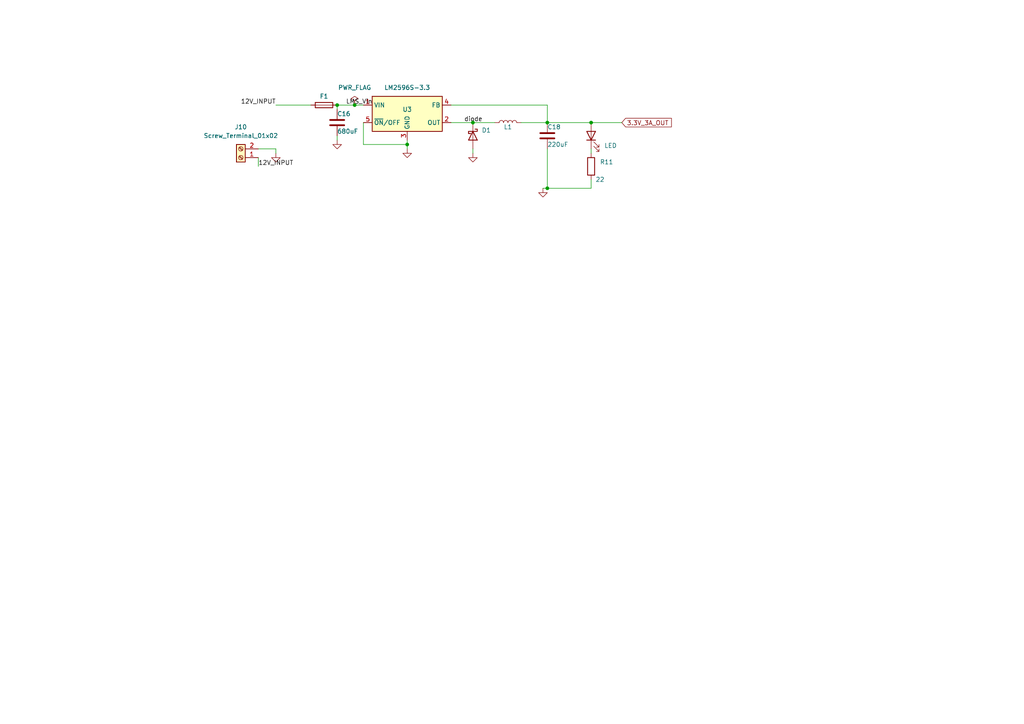
<source format=kicad_sch>
(kicad_sch (version 20230121) (generator eeschema)
  (paper "A4")
  (lib_symbols
    (symbol "Connector:Screw_Terminal_01x02" (pin_names (offset 1.016) hide)
      (property "Reference" "J" (at 0 2.54 0))
      (property "Value" "Screw_Terminal_01x02" (at 0 -5.08 0))
      (symbol "Screw_Terminal_01x02_1_1"
        (rectangle (start -1.27 1.27) (end 1.27 -3.81) (stroke (width 0.254)) (fill (type background)))
        (circle (center 0 -2.54) (radius 0.635) (stroke (width 0.1524)))
        (polyline (pts (xy -0.5334 -2.2098) (xy 0.3302 -3.048)) (stroke (width 0.1524)))
        (polyline (pts (xy -0.5334 0.3302) (xy 0.3302 -0.508)) (stroke (width 0.1524)))
        (polyline (pts (xy -0.3556 -2.032) (xy 0.508 -2.8702)) (stroke (width 0.1524)))
        (polyline (pts (xy -0.3556 0.508) (xy 0.508 -0.3302)) (stroke (width 0.1524)))
        (circle (center 0 0) (radius 0.635) (stroke (width 0.1524)))
        (pin passive line (at -5.08 0 0) (length 3.81) (name "Pin_1") (number "1"))
        (pin passive line (at -5.08 -2.54 0) (length 3.81) (name "Pin_2") (number "2"))
      )
    )
    (symbol "Device:C" (pin_numbers hide) (pin_names (offset 0.254))
      (property "Reference" "C" (at 0.635 2.54 0))
      (property "Value" "C" (at 0.635 -2.54 0))
      (symbol "C_0_1"
        (polyline (pts (xy -2.032 -0.762) (xy 2.032 -0.762)) (stroke (width 0.508)))
        (polyline (pts (xy -2.032 0.762) (xy 2.032 0.762)) (stroke (width 0.508)))
      )
      (symbol "C_1_1"
        (pin passive line (at 0 3.81 270) (length 2.794) (name "~") (number "1"))
        (pin passive line (at 0 -3.81 90) (length 2.794) (name "~") (number "2"))
      )
    )
    (symbol "Device:Fuse" (pin_numbers hide) (pin_names (offset 0))
      (property "Reference" "F" (at 2.032 0 90))
      (property "Value" "Fuse" (at -1.905 0 90))
      (symbol "Fuse_0_1"
        (rectangle (start -0.762 -2.54) (end 0.762 2.54) (stroke (width 0.254)))
        (polyline (pts (xy 0 2.54) (xy 0 -2.54)))
      )
      (symbol "Fuse_1_1"
        (pin passive line (at 0 3.81 270) (length 1.27) (name "~") (number "1"))
        (pin passive line (at 0 -3.81 90) (length 1.27) (name "~") (number "2"))
      )
    )
    (symbol "Device:L" (pin_numbers hide) (pin_names (offset 1.016) hide)
      (property "Reference" "L" (at -1.27 0 90))
      (property "Value" "L" (at 1.905 0 90))
      (symbol "L_0_1"
        (arc (start 0 -2.54) (mid 0.6323 -1.905) (end 0 -1.27))
        (arc (start 0 -1.27) (mid 0.6323 -0.635) (end 0 0))
        (arc (start 0 0) (mid 0.6323 0.635) (end 0 1.27))
        (arc (start 0 1.27) (mid 0.6323 1.905) (end 0 2.54))
      )
      (symbol "L_1_1"
        (pin passive line (at 0 3.81 270) (length 1.27) (name "1") (number "1"))
        (pin passive line (at 0 -3.81 90) (length 1.27) (name "2") (number "2"))
      )
    )
    (symbol "Device:LED" (pin_numbers hide) (pin_names (offset 1.016) hide)
      (property "Reference" "D" (at 0 2.54 0))
      (property "Value" "LED" (at 0 -2.54 0))
      (symbol "LED_0_1"
        (polyline (pts (xy -1.27 -1.27) (xy -1.27 1.27)) (stroke (width 0.254)))
        (polyline (pts (xy -1.27 0) (xy 1.27 0)))
        (polyline (pts (xy 1.27 -1.27) (xy 1.27 1.27) (xy -1.27 0) (xy 1.27 -1.27)) (stroke (width 0.254)))
        (polyline (pts (xy -3.048 -0.762) (xy -4.572 -2.286) (xy -3.81 -2.286) (xy -4.572 -2.286) (xy -4.572 -1.524)))
        (polyline (pts (xy -1.778 -0.762) (xy -3.302 -2.286) (xy -2.54 -2.286) (xy -3.302 -2.286) (xy -3.302 -1.524)))
      )
      (symbol "LED_1_1"
        (pin passive line (at -3.81 0 0) (length 2.54) (name "K") (number "1"))
        (pin passive line (at 3.81 0 180) (length 2.54) (name "A") (number "2"))
      )
    )
    (symbol "Device:R" (pin_numbers hide) (pin_names (offset 0))
      (property "Reference" "R" (at 2.032 0 90))
      (property "Value" "R" (at 0 0 90))
      (symbol "R_0_1"
        (rectangle (start -1.016 -2.54) (end 1.016 2.54) (stroke (width 0.254)))
      )
      (symbol "R_1_1"
        (pin passive line (at 0 3.81 270) (length 1.27) (name "~") (number "1"))
        (pin passive line (at 0 -3.81 90) (length 1.27) (name "~") (number "2"))
      )
    )
    (symbol "Diode:1N5822" (pin_numbers hide) (pin_names (offset 1.016) hide)
      (property "Reference" "D" (at 0 2.54 0))
      (property "Value" "1N5822" (at 0 -2.54 0))
      (symbol "1N5822_0_1"
        (polyline (pts (xy 1.27 0) (xy -1.27 0)))
        (polyline (pts (xy 1.27 1.27) (xy 1.27 -1.27) (xy -1.27 0) (xy 1.27 1.27)) (stroke (width 0.254)))
        (polyline (pts (xy -1.905 0.635) (xy -1.905 1.27) (xy -1.27 1.27) (xy -1.27 -1.27) (xy -0.635 -1.27) (xy -0.635 -0.635)) (stroke (width 0.254)))
      )
      (symbol "1N5822_1_1"
        (pin passive line (at -3.81 0 0) (length 2.54) (name "K") (number "1"))
        (pin passive line (at 3.81 0 180) (length 2.54) (name "A") (number "2"))
      )
    )
    (symbol "Regulator_Switching:LM2596S-3.3"
      (property "Reference" "U" (at -10.16 6.35 0))
      (property "Value" "LM2596S-3.3" (at 0 6.35 0))
      (symbol "LM2596S-3.3_0_1"
        (rectangle (start -10.16 5.08) (end 10.16 -5.08) (stroke (width 0.254)) (fill (type background)))
      )
      (symbol "LM2596S-3.3_1_1"
        (pin power_in line (at -12.7 2.54 0) (length 2.54) (name "VIN") (number "1"))
        (pin output line (at 12.7 -2.54 180) (length 2.54) (name "OUT") (number "2"))
        (pin power_in line (at 0 -7.62 90) (length 2.54) (name "GND") (number "3"))
        (pin input line (at 12.7 2.54 180) (length 2.54) (name "FB") (number "4"))
        (pin input line (at -12.7 -2.54 0) (length 2.54) (name "~{ON}/OFF") (number "5"))
      )
    )
    (symbol "power:GND" (power) (pin_names (offset 0))
      (property "Value" "GND" (at 0 -3.81 0))
      (symbol "GND_0_1"
        (polyline (pts (xy 0 0) (xy 0 -1.27) (xy 1.27 -1.27) (xy 0 -2.54) (xy -1.27 -1.27) (xy 0 -1.27)))
      )
      (symbol "GND_1_1"
        (pin power_in line (at 0 0 270) (length 0) hide (name "GND") (number "1"))
      )
    )
    (symbol "power:PWR_FLAG" (power) (pin_numbers hide) (pin_names (offset 0) hide)
      (property "Value" "PWR_FLAG" (at 0 3.81 0))
      (symbol "PWR_FLAG_0_0"
        (pin power_out line (at 0 0 90) (length 0) (name "pwr") (number "1"))
      )
      (symbol "PWR_FLAG_0_1"
        (polyline (pts (xy 0 0) (xy 0 1.27) (xy -1.016 1.905) (xy 0 2.54) (xy 1.016 1.905) (xy 0 1.27)))
      )
    )
  )
  (junction (at 137.16 35.56))
  (junction (at 171.45 35.56))
  (junction (at 97.79 30.48))
  (junction (at 102.87 30.48))
  (junction (at 158.75 54.61))
  (junction (at 158.75 35.56))
  (junction (at 118.11 41.91))
  (wire (pts (xy 74.93 43.18) (xy 80.01 43.18)))
  (wire (pts (xy 130.81 30.48) (xy 158.75 30.48)))
  (wire (pts (xy 137.16 35.56) (xy 143.51 35.56)))
  (wire (pts (xy 105.41 41.91) (xy 118.11 41.91)))
  (wire (pts (xy 80.01 30.48) (xy 90.17 30.48)))
  (wire (pts (xy 97.79 30.48) (xy 97.79 31.75)))
  (wire (pts (xy 171.45 35.56) (xy 180.34 35.56)))
  (wire (pts (xy 80.01 43.18) (xy 80.01 44.45)))
  (wire (pts (xy 118.11 41.91) (xy 118.11 43.18)))
  (wire (pts (xy 97.79 39.37) (xy 97.79 40.64)))
  (wire (pts (xy 171.45 52.07) (xy 171.45 54.61)))
  (wire (pts (xy 118.11 41.91) (xy 118.11 40.64)))
  (wire (pts (xy 158.75 43.18) (xy 158.75 54.61)))
  (wire (pts (xy 97.79 30.48) (xy 102.87 30.48)))
  (wire (pts (xy 102.87 30.48) (xy 105.41 30.48)))
  (wire (pts (xy 137.16 43.18) (xy 137.16 44.45)))
  (wire (pts (xy 158.75 54.61) (xy 171.45 54.61)))
  (wire (pts (xy 105.41 35.56) (xy 105.41 41.91)))
  (wire (pts (xy 171.45 43.18) (xy 171.45 44.45)))
  (wire (pts (xy 158.75 30.48) (xy 158.75 35.56)))
  (wire (pts (xy 74.93 45.72) (xy 74.93 48.26)))
  (wire (pts (xy 158.75 35.56) (xy 171.45 35.56)))
  (wire (pts (xy 158.75 54.61) (xy 157.48 54.61)))
  (wire (pts (xy 130.81 35.56) (xy 137.16 35.56)))
  (wire (pts (xy 151.13 35.56) (xy 158.75 35.56)))
  (label "12V_INPUT" (at 74.93 48.26 0))
  (label "LMS_Vin" (at 100.33 30.48 0))
  (label "12V_INPUT" (at 80.01 30.48 180))
  (label "diode" (at 134.62 35.56 0))
  (global_label "3.3V_3A_OUT" (shape input) (at 180.34 35.56 0) (property "Intersheetrefs" "${INTERSHEET_REFS}" (effects hide)))
  (symbol (lib_id "power:GND") (at 118.11 43.18 0) (unit 1)
    (property "Reference" "#PWR022" (effects hide))
    (property "Value" "GND" (effects hide))
    (instances (project "Main_board" (path "" (reference "#PWR022") (unit 1)) (path "" (reference "#PWR018") (unit 1))))
  )
  (symbol (lib_id "power:GND") (at 137.16 44.45 0) (unit 1)
    (property "Reference" "#PWR026" (effects hide))
    (property "Value" "GND" (effects hide))
    (instances (project "Main_board" (path "" (reference "#PWR026") (unit 1)) (path "" (reference "#PWR020") (unit 1))))
  )
  (symbol (lib_id "Device:R") (at 171.45 48.26 0) (unit 1)
    (property "Reference" "R11" (at 173.99 46.99 0) (effects (justify left)))
    (property "Value" "22" (at 172.72 52.07 0) (effects (justify left)))
    (property "Footprint" "Resistor_SMD:R_0805_2012Metric_Pad1.20x1.40mm_HandSolder" (effects hide))
  )
  (symbol (lib_id "Device:C") (at 158.75 39.37 0) (unit 1)
    (property "Reference" "C18" (at 158.75 36.83 0) (effects (justify left)))
    (property "Value" "220uF" (at 158.75 41.91 0) (effects (justify left)))
    (property "Footprint" "Capacitor_SMD:CP_Elec_6.3x7.7" (effects hide))
  )
  (symbol (lib_id "Regulator_Switching:LM2596S-3.3") (at 118.11 33.02 0) (unit 1)
    (property "Reference" "U3" (at 118.11 31.75 0))
    (property "Value" "LM2596S-3.3" (at 118.11 25.4 0))
    (property "Footprint" "Package_TO_SOT_THT:TO-220-5_P3.4x3.7mm_StaggerOdd_Lead3.8mm_Vertical" (effects hide))
    (property "Datasheet" "http://www.ti.com/lit/ds/symlink/lm2596.pdf" (effects hide))
  )
  (symbol (lib_id "Diode:1N5822") (at 137.16 39.37 270) (unit 1)
    (property "Reference" "D1" (at 139.7 37.7825 90) (effects (justify left)))
    (property "Value" "1N5824" (effects hide))
    (property "Footprint" "Diode_SMD:D_SMB_Handsoldering" (effects hide))
    (property "Datasheet" "http://www.vishay.com/docs/88526/1n5820.pdf" (effects hide))
    (instances (project "Main_board" (path "" (reference "D1") (unit 1)) (path "" (reference "D2") (unit 1))))
  )
  (symbol (lib_id "power:GND") (at 80.01 44.45 0) (unit 1)
    (property "Reference" "#PWR024" (effects hide))
    (property "Value" "GND" (effects hide))
    (instances (project "Main_board" (path "" (reference "#PWR024") (unit 1)) (path "" (reference "#PWR019") (unit 1))))
  )
  (symbol (lib_id "Device:L") (at 147.32 35.56 90) (unit 1)
    (property "Reference" "L1" (at 147.32 36.83 90))
    (property "Value" "33uH" (effects hide))
    (property "Footprint" "CDRH127_LDNP-470MC:IND_CDRH127_LDNP-470MC_SUM" (effects hide))
  )
  (symbol (lib_id "power:PWR_FLAG") (at 102.87 30.48 0) (unit 1)
    (property "Reference" "#FLG03" (effects hide))
    (property "Value" "PWR_FLAG" (at 102.87 25.4 0))
  )
  (symbol (lib_id "power:GND") (at 157.48 54.61 0) (unit 1)
    (property "Reference" "#PWR027" (effects hide))
    (property "Value" "GND" (effects hide))
    (instances (project "Main_board" (path "" (reference "#PWR027") (unit 1)) (path "" (reference "#PWR021") (unit 1))))
  )
  (symbol (lib_id "Device:Fuse") (at 93.98 30.48 90) (unit 1)
    (property "Reference" "F1" (at 93.98 27.94 90))
    (property "Value" "Fuse" (effects hide))
    (property "Footprint" "Fuse:Fuse_1812_4532Metric_Pad1.30x3.40mm_HandSolder" (effects hide))
  )
  (symbol (lib_id "Device:C") (at 97.79 35.56 0) (unit 1)
    (property "Reference" "C16" (at 97.79 33.02 0) (effects (justify left)))
    (property "Value" "680uF" (at 97.79 38.1 0) (effects (justify left)))
    (property "Footprint" "Capacitor_SMD:CP_Elec_10x10.5" (effects hide))
    (instances (project "Main_board" (path "" (reference "C16") (unit 1)) (path "" (reference "C17") (unit 1))))
  )
  (symbol (lib_id "Device:LED") (at 171.45 39.37 90) (unit 1)
    (property "Reference" "LED1" (effects hide))
    (property "Value" "LED" (at 175.26 42.2275 90) (effects (justify right)))
    (property "Footprint" "Diode_SMD:D_0805_2012Metric_Pad1.15x1.40mm_HandSolder" (effects hide))
  )
  (symbol (lib_id "power:GND") (at 97.79 40.64 0) (unit 1)
    (property "Reference" "#PWR024" (effects hide))
    (property "Value" "GND" (effects hide))
    (instances (project "Main_board" (path "" (reference "#PWR024") (unit 1)) (path "" (reference "#PWR017") (unit 1))))
  )
  (symbol (lib_id "Connector:Screw_Terminal_01x02") (at 69.85 45.72 180) (unit 1)
    (property "Reference" "J10" (at 69.85 36.83 0))
    (property "Value" "Screw_Terminal_01x02" (at 69.85 39.37 0))
    (property "Footprint" "Connector_Phoenix_MSTB:PhoenixContact_MSTBA_2,5_2-G_1x02_P5.00mm_Horizontal" (effects hide))
  )
)
</source>
